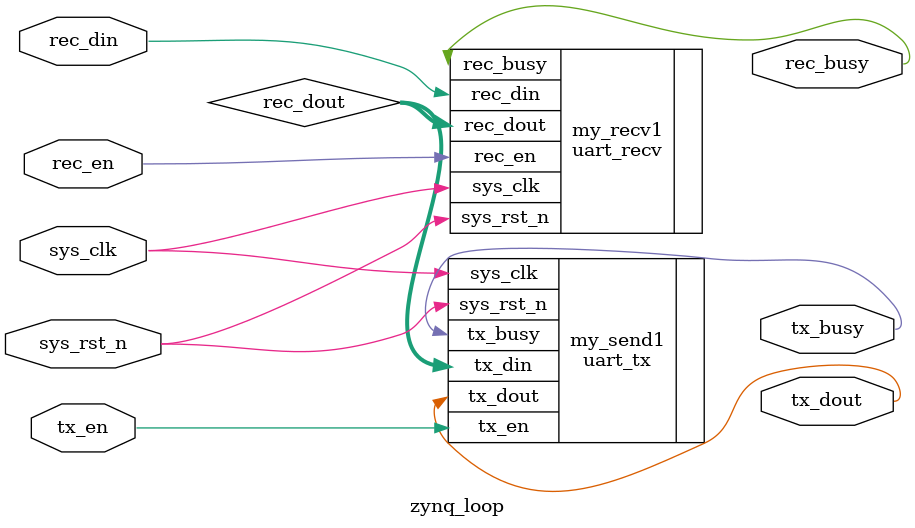
<source format=v>
`timescale 1ns/1ps

module zynq_loop
(
    input	         sys_clk,                   //系统时钟
    input            sys_rst_n,                 //系统复位，低电平有效
     
    input            tx_en,
    input            rec_en,
    input            rec_din,

    output           tx_dout,
    output           tx_busy,
    output           rec_busy
    );
/*
    wire [7:0] rec_dout;
    reg  [7:0] rec_dout;

    always@(*)begin
        tx_din = rec_dout;
    end
*/
    wire [7:0] rec_dout;
    parameter  CLK_FREQ = 50000000;
    parameter  UART_BPS = 115200;

    uart_recv my_recv1(
        .sys_clk(sys_clk),
        .sys_rst_n(sys_rst_n),
        .rec_en(rec_en),
        .rec_din(rec_din),

        .rec_dout(rec_dout),
        .rec_busy(rec_busy)
    );

    uart_tx my_send1 
        (
        .sys_clk(sys_clk),
        .sys_rst_n(sys_rst_n),
        .tx_en(tx_en),
        .tx_din(rec_dout),

        .tx_dout(tx_dout),
        .tx_busy(tx_busy)
        );


endmodule 
</source>
